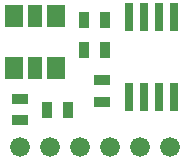
<source format=gts>
G75*
G70*
%OFA0B0*%
%FSLAX24Y24*%
%IPPOS*%
%LPD*%
%AMOC8*
5,1,8,0,0,1.08239X$1,22.5*
%
%ADD10R,0.0300X0.0930*%
%ADD11C,0.0660*%
%ADD12R,0.0532X0.0375*%
%ADD13R,0.0375X0.0532*%
%ADD14R,0.0611X0.0769*%
%ADD15R,0.0493X0.0769*%
D10*
X005035Y003465D03*
X005535Y003465D03*
X006035Y003465D03*
X006535Y003465D03*
X006535Y006115D03*
X006035Y006115D03*
X005535Y006115D03*
X005035Y006115D03*
D11*
X001410Y001785D03*
X002410Y001785D03*
X003410Y001785D03*
X004410Y001785D03*
X005410Y001785D03*
X006410Y001785D03*
D12*
X004160Y003306D03*
X004160Y004014D03*
X001410Y003389D03*
X001410Y002681D03*
D13*
X002306Y003035D03*
X003014Y003035D03*
X003556Y005035D03*
X004264Y005035D03*
X004264Y006035D03*
X003556Y006035D03*
D14*
X002619Y006151D03*
X001201Y006151D03*
X001201Y004419D03*
X002619Y004419D03*
D15*
X001910Y004419D03*
X001910Y006151D03*
M02*

</source>
